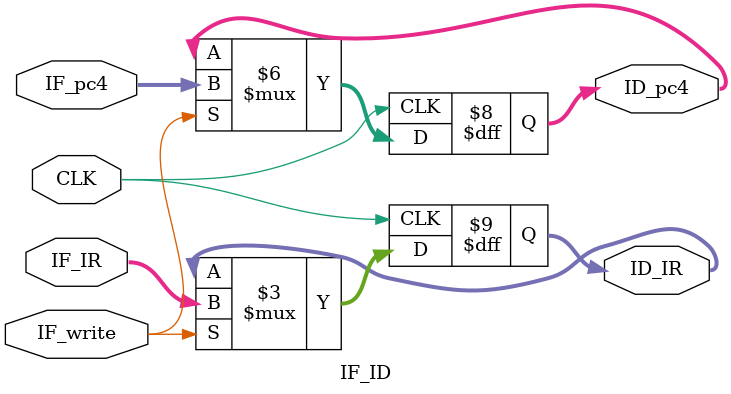
<source format=v>
`define _if_id_v_


module IF_ID(CLK, IF_write, IF_pc4, IF_IR, ID_pc4, ID_IR);

  input wire CLK, IF_write;
  input wire [31:0] IF_pc4, IF_IR;
  output reg [31:0] ID_pc4, ID_IR;
  
  always @ (negedge CLK) begin
    if (IF_write) begin
      ID_pc4 <= IF_pc4;
      ID_IR  <= IF_IR;
      end
    else begin
      ID_pc4 <= ID_pc4;
      ID_IR  <= ID_IR;
      end
  end

endmodule
</source>
